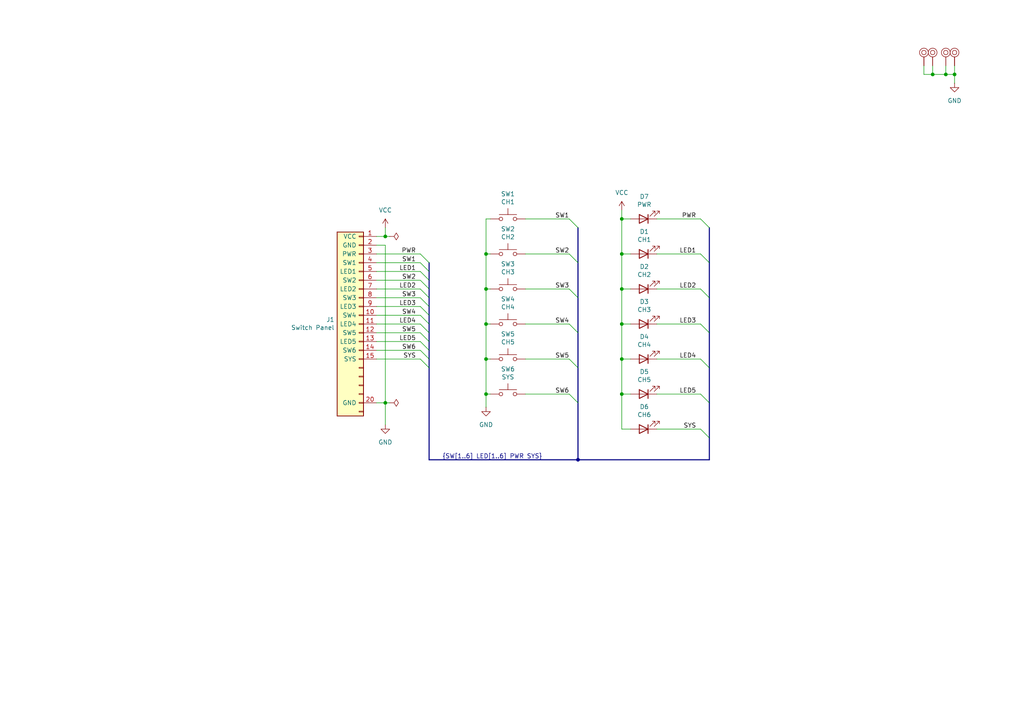
<source format=kicad_sch>
(kicad_sch (version 20231120) (generator "eeschema") (generator_version "8.0")
  (paper "A4")
  (title_block (title "Power Switch (Panel)") (rev "B") (comment 4 "Front panel for the power switch, designed for slotting into the module."))
  (lib_symbols
    (symbol "BulkyMIDI:Power_Panel" (pin_names (offset 2.0066))
      (property "Reference" "J" (at 0 27.94 0))
      (property "Value" "Power_Panel" (at 0 -27.94 0))
      (symbol "Power_Panel_0_1"
        (rectangle (start -1.27 26.67) (end 6.35 -26.67) (stroke (width 0.254)) (fill (type background)))
      )
      (symbol "Power_Panel_1_1"
        (rectangle (start -1.27 -25.273) (end 0 -25.527) (stroke (width 0.1524)))
        (rectangle (start -1.27 -22.733) (end 0 -22.987) (stroke (width 0.1524)))
        (rectangle (start -1.27 -20.193) (end 0 -20.447) (stroke (width 0.1524)))
        (rectangle (start -1.27 -17.653) (end 0 -17.907) (stroke (width 0.1524)))
        (rectangle (start -1.27 -15.113) (end 0 -15.367) (stroke (width 0.1524)))
        (rectangle (start -1.27 -12.573) (end 0 -12.827) (stroke (width 0.1524)))
        (rectangle (start -1.27 -10.033) (end 0 -10.287) (stroke (width 0.1524)))
        (rectangle (start -1.27 -7.493) (end 0 -7.747) (stroke (width 0.1524)))
        (rectangle (start -1.27 -4.953) (end 0 -5.207) (stroke (width 0.1524)))
        (rectangle (start -1.27 -2.413) (end 0 -2.667) (stroke (width 0.1524)))
        (rectangle (start -1.27 0.127) (end 0 -0.127) (stroke (width 0.1524)))
        (rectangle (start -1.27 2.667) (end 0 2.413) (stroke (width 0.1524)))
        (rectangle (start -1.27 5.207) (end 0 4.953) (stroke (width 0.1524)))
        (rectangle (start -1.27 7.747) (end 0 7.493) (stroke (width 0.1524)))
        (rectangle (start -1.27 10.287) (end 0 10.033) (stroke (width 0.1524)))
        (rectangle (start -1.27 12.827) (end 0 12.573) (stroke (width 0.1524)))
        (rectangle (start -1.27 15.367) (end 0 15.113) (stroke (width 0.1524)))
        (rectangle (start -1.27 17.907) (end 0 17.653) (stroke (width 0.1524)))
        (rectangle (start -1.27 20.447) (end 0 20.193) (stroke (width 0.1524)))
        (rectangle (start -1.27 22.987) (end 0 22.733) (stroke (width 0.1524)))
        (rectangle (start -1.27 25.527) (end 0 25.273) (stroke (width 0.1524)))
        (pin power_in line (at -5.08 25.4 0) (length 3.81) (name "VCC") (number "1"))
        (pin passive line (at -5.08 2.54 0) (length 3.81) (name "SW4") (number "10"))
        (pin passive line (at -5.08 0 0) (length 3.81) (name "LED4") (number "11"))
        (pin passive line (at -5.08 -2.54 0) (length 3.81) (name "SW5") (number "12"))
        (pin passive line (at -5.08 -5.08 0) (length 3.81) (name "LED5") (number "13"))
        (pin passive line (at -5.08 -7.62 0) (length 3.81) (name "SW6") (number "14"))
        (pin passive line (at -5.08 -10.16 0) (length 3.81) (name "SYS") (number "15"))
        (pin no_connect line (at -5.08 -12.7 0) (length 3.81) hide (name "N.C.") (number "16"))
        (pin no_connect line (at -5.08 -15.24 0) (length 3.81) hide (name "N.C.") (number "17"))
        (pin no_connect line (at -5.08 -17.78 0) (length 3.81) hide (name "N.C.") (number "18"))
        (pin no_connect line (at -5.08 -20.32 0) (length 3.81) hide (name "N.C.") (number "19"))
        (pin power_in line (at -5.08 22.86 0) (length 3.81) (name "GND") (number "2"))
        (pin passive line (at -5.08 -22.86 0) (length 3.81) (name "GND") (number "20"))
        (pin no_connect line (at -5.08 -25.4 0) (length 3.81) hide (name "N.C.") (number "21"))
        (pin passive line (at -5.08 20.32 0) (length 3.81) (name "PWR") (number "3"))
        (pin passive line (at -5.08 17.78 0) (length 3.81) (name "SW1") (number "4"))
        (pin passive line (at -5.08 15.24 0) (length 3.81) (name "LED1") (number "5"))
        (pin passive line (at -5.08 12.7 0) (length 3.81) (name "SW2") (number "6"))
        (pin passive line (at -5.08 10.16 0) (length 3.81) (name "LED2") (number "7"))
        (pin passive line (at -5.08 7.62 0) (length 3.81) (name "SW3") (number "8"))
        (pin passive line (at -5.08 5.08 0) (length 3.81) (name "LED3") (number "9"))
      )
    )
    (symbol "Device:LED" (pin_numbers hide) (pin_names (offset 1.016) hide)
      (property "Reference" "D" (at 0 2.54 0))
      (property "Value" "LED" (at 0 -2.54 0))
      (symbol "LED_0_1"
        (polyline (pts (xy -1.27 -1.27) (xy -1.27 1.27)) (stroke (width 0.254)))
        (polyline (pts (xy -1.27 0) (xy 1.27 0)))
        (polyline (pts (xy 1.27 -1.27) (xy 1.27 1.27) (xy -1.27 0) (xy 1.27 -1.27)) (stroke (width 0.254)))
        (polyline (pts (xy -3.048 -0.762) (xy -4.572 -2.286) (xy -3.81 -2.286) (xy -4.572 -2.286) (xy -4.572 -1.524)))
        (polyline (pts (xy -1.778 -0.762) (xy -3.302 -2.286) (xy -2.54 -2.286) (xy -3.302 -2.286) (xy -3.302 -1.524)))
      )
      (symbol "LED_1_1"
        (pin passive line (at -3.81 0 0) (length 2.54) (name "K") (number "1"))
        (pin passive line (at 3.81 0 180) (length 2.54) (name "A") (number "2"))
      )
    )
    (symbol "Switch:SW_Push" (pin_numbers hide) (pin_names (offset 1.016) hide)
      (property "Reference" "SW" (at 1.27 2.54 0))
      (property "Value" "SW_Push" (at 0 -1.524 0))
      (symbol "SW_Push_0_1"
        (circle (center -2.032 0) (radius 0.508))
        (polyline (pts (xy 0 1.27) (xy 0 3.048)))
        (polyline (pts (xy 2.54 1.27) (xy -2.54 1.27)))
        (circle (center 2.032 0) (radius 0.508))
        (pin passive line (at -5.08 0 0) (length 2.54) (name "1") (number "1"))
        (pin passive line (at 5.08 0 180) (length 2.54) (name "2") (number "2"))
      )
    )
    (symbol "mounting:Mounting_Pin" (pin_numbers hide) (pin_names (offset 0) hide)
      (symbol "Mounting_Pin_0_1"
        (circle (center 0 0) (radius 0.635))
        (circle (center 0 0) (radius 1.27))
      )
      (symbol "Mounting_Pin_1_1"
        (pin passive line (at 0 -3.81 90) (length 2.54) (name "~") (number "1"))
      )
    )
    (symbol "power:GND" (power) (pin_numbers hide) (pin_names (offset 0) hide)
      (property "Value" "GND" (at 0 -3.81 0))
      (symbol "GND_0_1"
        (polyline (pts (xy 0 0) (xy 0 -1.27) (xy 1.27 -1.27) (xy 0 -2.54) (xy -1.27 -1.27) (xy 0 -1.27)))
      )
      (symbol "GND_1_1"
        (pin power_in line (at 0 0 270) (length 0) (name "~") (number "1"))
      )
    )
    (symbol "power:PWR_FLAG" (power) (pin_numbers hide) (pin_names (offset 0) hide)
      (property "Value" "PWR_FLAG" (at 0 3.81 0))
      (symbol "PWR_FLAG_0_0"
        (pin power_out line (at 0 0 90) (length 0) (name "~") (number "1"))
      )
      (symbol "PWR_FLAG_0_1"
        (polyline (pts (xy 0 0) (xy 0 1.27) (xy -1.016 1.905) (xy 0 2.54) (xy 1.016 1.905) (xy 0 1.27)))
      )
    )
    (symbol "power:VCC" (power) (pin_numbers hide) (pin_names (offset 0) hide)
      (property "Value" "VCC" (at 0 3.556 0))
      (symbol "VCC_0_1"
        (polyline (pts (xy -0.762 1.27) (xy 0 2.54)))
        (polyline (pts (xy 0 0) (xy 0 2.54)))
        (polyline (pts (xy 0 2.54) (xy 0.762 1.27)))
      )
      (symbol "VCC_1_1"
        (pin power_in line (at 0 0 90) (length 0) (name "~") (number "1"))
      )
    )
  )
  (junction (at 180.34 63.5))
  (junction (at 140.97 73.66))
  (junction (at 140.97 83.82))
  (junction (at 180.34 73.66))
  (junction (at 276.86 21.59))
  (junction (at 180.34 104.14))
  (junction (at 270.51 21.59))
  (junction (at 140.97 93.98))
  (junction (at 274.32 21.59))
  (junction (at 140.97 114.3))
  (junction (at 111.76 116.84))
  (junction (at 140.97 104.14))
  (junction (at 111.76 68.58))
  (junction (at 180.34 114.3))
  (junction (at 180.34 83.82))
  (junction (at 167.64 133.35))
  (junction (at 180.34 93.98))
  (bus_entry (at 165.1 63.5) (size 2.54 2.54))
  (bus_entry (at 121.92 86.36) (size 2.54 2.54))
  (bus_entry (at 121.92 81.28) (size 2.54 2.54))
  (bus_entry (at 165.1 114.3) (size 2.54 2.54))
  (bus_entry (at 121.92 91.44) (size 2.54 2.54))
  (bus_entry (at 203.2 83.82) (size 2.54 2.54))
  (bus_entry (at 121.92 93.98) (size 2.54 2.54))
  (bus_entry (at 165.1 104.14) (size 2.54 2.54))
  (bus_entry (at 203.2 63.5) (size 2.54 2.54))
  (bus_entry (at 203.2 104.14) (size 2.54 2.54))
  (bus_entry (at 203.2 73.66) (size 2.54 2.54))
  (bus_entry (at 203.2 114.3) (size 2.54 2.54))
  (bus_entry (at 121.92 88.9) (size 2.54 2.54))
  (bus_entry (at 121.92 76.2) (size 2.54 2.54))
  (bus_entry (at 121.92 96.52) (size 2.54 2.54))
  (bus_entry (at 121.92 83.82) (size 2.54 2.54))
  (bus_entry (at 203.2 93.98) (size 2.54 2.54))
  (bus_entry (at 121.92 104.14) (size 2.54 2.54))
  (bus_entry (at 121.92 73.66) (size 2.54 2.54))
  (bus_entry (at 165.1 83.82) (size 2.54 2.54))
  (bus_entry (at 165.1 73.66) (size 2.54 2.54))
  (bus_entry (at 121.92 78.74) (size 2.54 2.54))
  (bus_entry (at 121.92 101.6) (size 2.54 2.54))
  (bus_entry (at 121.92 99.06) (size 2.54 2.54))
  (bus_entry (at 203.2 124.46) (size 2.54 2.54))
  (bus_entry (at 165.1 93.98) (size 2.54 2.54))
  (wire (pts (xy 267.97 21.59) (xy 270.51 21.59)))
  (wire (pts (xy 109.22 76.2) (xy 121.92 76.2)))
  (bus (pts (xy 124.46 83.82) (xy 124.46 86.36)))
  (wire (pts (xy 140.97 73.66) (xy 142.24 73.66)))
  (wire (pts (xy 121.92 93.98) (xy 109.22 93.98)))
  (wire (pts (xy 140.97 114.3) (xy 140.97 118.11)))
  (wire (pts (xy 140.97 93.98) (xy 142.24 93.98)))
  (wire (pts (xy 165.1 104.14) (xy 152.4 104.14)))
  (bus (pts (xy 124.46 106.68) (xy 124.46 133.35)))
  (wire (pts (xy 140.97 73.66) (xy 140.97 83.82)))
  (bus (pts (xy 205.74 96.52) (xy 205.74 106.68)))
  (wire (pts (xy 267.97 19.05) (xy 267.97 21.59)))
  (wire (pts (xy 203.2 93.98) (xy 190.5 93.98)))
  (wire (pts (xy 276.86 21.59) (xy 276.86 24.13)))
  (bus (pts (xy 124.46 86.36) (xy 124.46 88.9)))
  (bus (pts (xy 205.74 86.36) (xy 205.74 96.52)))
  (wire (pts (xy 270.51 19.05) (xy 270.51 21.59)))
  (wire (pts (xy 121.92 88.9) (xy 109.22 88.9)))
  (bus (pts (xy 205.74 106.68) (xy 205.74 116.84)))
  (wire (pts (xy 180.34 93.98) (xy 182.88 93.98)))
  (wire (pts (xy 121.92 96.52) (xy 109.22 96.52)))
  (wire (pts (xy 121.92 86.36) (xy 109.22 86.36)))
  (wire (pts (xy 276.86 21.59) (xy 276.86 19.05)))
  (wire (pts (xy 142.24 104.14) (xy 140.97 104.14)))
  (wire (pts (xy 203.2 73.66) (xy 190.5 73.66)))
  (bus (pts (xy 205.74 66.04) (xy 205.74 76.2)))
  (wire (pts (xy 203.2 104.14) (xy 190.5 104.14)))
  (wire (pts (xy 180.34 83.82) (xy 180.34 93.98)))
  (wire (pts (xy 180.34 60.96) (xy 180.34 63.5)))
  (wire (pts (xy 111.76 71.12) (xy 111.76 116.84)))
  (wire (pts (xy 180.34 114.3) (xy 180.34 124.46)))
  (wire (pts (xy 165.1 73.66) (xy 152.4 73.66)))
  (bus (pts (xy 167.64 133.35) (xy 205.74 133.35)))
  (bus (pts (xy 124.46 133.35) (xy 167.64 133.35)))
  (wire (pts (xy 203.2 114.3) (xy 190.5 114.3)))
  (wire (pts (xy 140.97 83.82) (xy 140.97 93.98)))
  (wire (pts (xy 203.2 63.5) (xy 190.5 63.5)))
  (wire (pts (xy 140.97 104.14) (xy 140.97 114.3)))
  (bus (pts (xy 205.74 116.84) (xy 205.74 127)))
  (wire (pts (xy 180.34 83.82) (xy 182.88 83.82)))
  (wire (pts (xy 111.76 68.58) (xy 113.03 68.58)))
  (bus (pts (xy 167.64 96.52) (xy 167.64 106.68)))
  (wire (pts (xy 180.34 73.66) (xy 180.34 83.82)))
  (bus (pts (xy 167.64 76.2) (xy 167.64 86.36)))
  (bus (pts (xy 167.64 106.68) (xy 167.64 116.84)))
  (wire (pts (xy 180.34 63.5) (xy 180.34 73.66)))
  (wire (pts (xy 111.76 68.58) (xy 111.76 66.04)))
  (wire (pts (xy 180.34 93.98) (xy 180.34 104.14)))
  (bus (pts (xy 124.46 93.98) (xy 124.46 96.52)))
  (bus (pts (xy 124.46 99.06) (xy 124.46 101.6)))
  (bus (pts (xy 124.46 91.44) (xy 124.46 93.98)))
  (wire (pts (xy 111.76 116.84) (xy 109.22 116.84)))
  (wire (pts (xy 111.76 116.84) (xy 111.76 123.19)))
  (bus (pts (xy 167.64 86.36) (xy 167.64 96.52)))
  (bus (pts (xy 124.46 96.52) (xy 124.46 99.06)))
  (wire (pts (xy 203.2 124.46) (xy 190.5 124.46)))
  (wire (pts (xy 140.97 63.5) (xy 140.97 73.66)))
  (wire (pts (xy 180.34 73.66) (xy 182.88 73.66)))
  (wire (pts (xy 182.88 63.5) (xy 180.34 63.5)))
  (bus (pts (xy 124.46 104.14) (xy 124.46 106.68)))
  (wire (pts (xy 140.97 114.3) (xy 142.24 114.3)))
  (bus (pts (xy 205.74 127) (xy 205.74 133.35)))
  (wire (pts (xy 165.1 83.82) (xy 152.4 83.82)))
  (wire (pts (xy 121.92 104.14) (xy 109.22 104.14)))
  (wire (pts (xy 113.03 116.84) (xy 111.76 116.84)))
  (wire (pts (xy 121.92 101.6) (xy 109.22 101.6)))
  (bus (pts (xy 124.46 78.74) (xy 124.46 81.28)))
  (wire (pts (xy 203.2 83.82) (xy 190.5 83.82)))
  (bus (pts (xy 205.74 76.2) (xy 205.74 86.36)))
  (wire (pts (xy 111.76 71.12) (xy 109.22 71.12)))
  (wire (pts (xy 165.1 114.3) (xy 152.4 114.3)))
  (wire (pts (xy 182.88 114.3) (xy 180.34 114.3)))
  (wire (pts (xy 109.22 68.58) (xy 111.76 68.58)))
  (bus (pts (xy 124.46 101.6) (xy 124.46 104.14)))
  (wire (pts (xy 121.92 83.82) (xy 109.22 83.82)))
  (wire (pts (xy 140.97 93.98) (xy 140.97 104.14)))
  (wire (pts (xy 270.51 21.59) (xy 274.32 21.59)))
  (wire (pts (xy 121.92 81.28) (xy 109.22 81.28)))
  (bus (pts (xy 167.64 66.04) (xy 167.64 76.2)))
  (wire (pts (xy 121.92 73.66) (xy 109.22 73.66)))
  (wire (pts (xy 121.92 78.74) (xy 109.22 78.74)))
  (bus (pts (xy 124.46 88.9) (xy 124.46 91.44)))
  (wire (pts (xy 180.34 104.14) (xy 182.88 104.14)))
  (wire (pts (xy 121.92 99.06) (xy 109.22 99.06)))
  (wire (pts (xy 165.1 93.98) (xy 152.4 93.98)))
  (wire (pts (xy 274.32 19.05) (xy 274.32 21.59)))
  (wire (pts (xy 121.92 91.44) (xy 109.22 91.44)))
  (wire (pts (xy 274.32 21.59) (xy 276.86 21.59)))
  (bus (pts (xy 124.46 81.28) (xy 124.46 83.82)))
  (wire (pts (xy 140.97 83.82) (xy 142.24 83.82)))
  (wire (pts (xy 140.97 63.5) (xy 142.24 63.5)))
  (bus (pts (xy 167.64 116.84) (xy 167.64 133.35)))
  (bus (pts (xy 124.46 76.2) (xy 124.46 78.74)))
  (wire (pts (xy 180.34 104.14) (xy 180.34 114.3)))
  (wire (pts (xy 165.1 63.5) (xy 152.4 63.5)))
  (wire (pts (xy 180.34 124.46) (xy 182.88 124.46)))
  (label "PWR" (at 120.65 73.66 180))
  (label "SW5" (at 165.1 104.14 180))
  (label "SW2" (at 165.1 73.66 180))
  (label "SW6" (at 120.65 101.6 180))
  (label "LED3" (at 120.65 88.9 180))
  (label "LED5" (at 120.65 99.06 180))
  (label "SYS" (at 120.65 104.14 180))
  (label "PWR" (at 201.93 63.5 180))
  (label "LED1" (at 201.93 73.66 180))
  (label "SYS" (at 201.93 124.46 180))
  (label "LED4" (at 201.93 104.14 180))
  (label "SW1" (at 120.65 76.2 180))
  (label "SW2" (at 120.65 81.28 180))
  (label "SW3" (at 120.65 86.36 180))
  (label "{SW[1..6] LED[1..6] PWR SYS}" (at 128.27 133.35 0))
  (label "LED3" (at 201.93 93.98 180))
  (label "SW5" (at 120.65 96.52 180))
  (label "SW3" (at 165.1 83.82 180))
  (label "SW6" (at 165.1 114.3 180))
  (label "SW4" (at 120.65 91.44 180))
  (label "LED5" (at 201.93 114.3 180))
  (label "LED2" (at 120.65 83.82 180))
  (label "LED4" (at 120.65 93.98 180))
  (label "SW4" (at 165.1 93.98 180))
  (label "LED1" (at 120.65 78.74 180))
  (label "LED2" (at 201.93 83.82 180))
  (label "SW1" (at 165.1 63.5 180))
  (symbol (lib_id "BulkyMIDI:Power_Panel") (at 104.14 93.98 0) (mirror y) (unit 1)
    (property "Reference" "J1" (at 97.028 92.71 0) (effects (justify left)))
    (property "Value" "Switch Panel" (at 97.028 95.0214 0) (effects (justify left)))
    (property "Footprint" "Connector_PinHeader_2.54mm:PinHeader_1x21_P2.54mm_Horizontal" (effects (hide yes)))
  )
  (symbol (lib_id "mounting:Mounting_Pin") (at 267.97 15.24 0) (unit 1)
    (property "Reference" "M1" (effects (hide yes)))
    (property "Value" "Mounting_Pin" (effects (hide yes)))
    (property "Footprint" "mounting:M3_pin" (effects (hide yes)))
  )
  (symbol (lib_id "mounting:Mounting_Pin") (at 270.51 15.24 0) (unit 1)
    (property "Reference" "M2" (effects (hide yes)))
    (property "Value" "Mounting_Pin" (effects (hide yes)))
    (property "Footprint" "mounting:M3_pin" (effects (hide yes)))
  )
  (symbol (lib_id "mounting:Mounting_Pin") (at 274.32 15.24 0) (unit 1)
    (property "Reference" "M3" (effects (hide yes)))
    (property "Value" "Mounting_Pin" (effects (hide yes)))
    (property "Footprint" "mounting:M3_pin" (effects (hide yes)))
  )
  (symbol (lib_id "mounting:Mounting_Pin") (at 276.86 15.24 0) (unit 1)
    (property "Reference" "M4" (effects (hide yes)))
    (property "Value" "Mounting_Pin" (effects (hide yes)))
    (property "Footprint" "mounting:M3_pin" (effects (hide yes)))
  )
  (symbol (lib_id "Switch:SW_Push") (at 147.32 63.5 0) (unit 1)
    (property "Reference" "SW1" (at 147.32 56.261 0))
    (property "Value" "CH1" (at 147.32 58.5724 0))
    (property "Footprint" "switch_cutout:SW_PUSH_6mm" (effects (hide yes)))
  )
  (symbol (lib_id "Switch:SW_Push") (at 147.32 73.66 0) (unit 1)
    (property "Reference" "SW2" (at 147.32 66.421 0))
    (property "Value" "CH2" (at 147.32 68.7324 0))
    (property "Footprint" "switch_cutout:SW_PUSH_6mm" (effects (hide yes)))
  )
  (symbol (lib_id "Switch:SW_Push") (at 147.32 83.82 0) (unit 1)
    (property "Reference" "SW3" (at 147.32 76.581 0))
    (property "Value" "CH3" (at 147.32 78.8924 0))
    (property "Footprint" "switch_cutout:SW_PUSH_6mm" (effects (hide yes)))
  )
  (symbol (lib_id "Switch:SW_Push") (at 147.32 93.98 0) (unit 1)
    (property "Reference" "SW4" (at 147.32 86.741 0))
    (property "Value" "CH4" (at 147.32 89.0524 0))
    (property "Footprint" "switch_cutout:SW_PUSH_6mm" (effects (hide yes)))
  )
  (symbol (lib_id "Switch:SW_Push") (at 147.32 104.14 0) (unit 1)
    (property "Reference" "SW5" (at 147.32 96.901 0))
    (property "Value" "CH5" (at 147.32 99.2124 0))
    (property "Footprint" "switch_cutout:SW_PUSH_6mm" (effects (hide yes)))
  )
  (symbol (lib_id "Switch:SW_Push") (at 147.32 114.3 0) (unit 1)
    (property "Reference" "SW6" (at 147.32 107.061 0))
    (property "Value" "SYS" (at 147.32 109.3724 0))
    (property "Footprint" "switch_cutout:SW_PUSH_6mm" (effects (hide yes)))
  )
  (symbol (lib_id "Device:LED") (at 186.69 73.66 180) (unit 1)
    (property "Reference" "D1" (at 186.8678 67.183 0))
    (property "Value" "CH1" (at 186.8678 69.4944 0))
    (property "Footprint" "LED_THT:LED_D5.0mm" (effects (hide yes)))
  )
  (symbol (lib_id "Device:LED") (at 186.69 83.82 180) (unit 1)
    (property "Reference" "D2" (at 186.8678 77.343 0))
    (property "Value" "CH2" (at 186.8678 79.6544 0))
    (property "Footprint" "LED_THT:LED_D5.0mm" (effects (hide yes)))
  )
  (symbol (lib_id "Device:LED") (at 186.69 93.98 180) (unit 1)
    (property "Reference" "D3" (at 186.8678 87.503 0))
    (property "Value" "CH3" (at 186.8678 89.8144 0))
    (property "Footprint" "LED_THT:LED_D5.0mm" (effects (hide yes)))
  )
  (symbol (lib_id "Device:LED") (at 186.69 104.14 180) (unit 1)
    (property "Reference" "D4" (at 186.8678 97.663 0))
    (property "Value" "CH4" (at 186.8678 99.9744 0))
    (property "Footprint" "LED_THT:LED_D5.0mm" (effects (hide yes)))
  )
  (symbol (lib_id "Device:LED") (at 186.69 114.3 180) (unit 1)
    (property "Reference" "D5" (at 186.8678 107.823 0))
    (property "Value" "CH5" (at 186.8678 110.1344 0))
    (property "Footprint" "LED_THT:LED_D5.0mm" (effects (hide yes)))
  )
  (symbol (lib_id "Device:LED") (at 186.69 124.46 180) (unit 1)
    (property "Reference" "D6" (at 186.8678 117.983 0))
    (property "Value" "CH6" (at 186.8678 120.2944 0))
    (property "Footprint" "LED_THT:LED_D5.0mm" (effects (hide yes)))
  )
  (symbol (lib_id "Device:LED") (at 186.69 63.5 180) (unit 1)
    (property "Reference" "D7" (at 186.8678 57.023 0))
    (property "Value" "PWR" (at 186.8678 59.3344 0))
    (property "Footprint" "LED_THT:LED_D5.0mm" (effects (hide yes)))
  )
  (symbol (lib_id "power:PWR_FLAG") (at 113.03 116.84 270) (unit 1)
    (property "Reference" "#FLG01" (effects (hide yes)))
    (property "Value" "PWR_FLAG" (effects (hide yes)))
    (property "Description" "Special symbol for telling ERC where power comes from" (effects (hide yes)))
  )
  (symbol (lib_id "power:GND") (at 276.86 24.13 0) (unit 1)
    (property "Reference" "#PWR03" (effects (hide yes)))
    (property "Value" "GND" (at 276.86 29.21 0))
    (property "Description" "Power symbol creates a global label with name \"GND\" , ground" (effects (hide yes)))
  )
  (symbol (lib_id "power:VCC") (at 180.34 60.96 0) (unit 1)
    (property "Reference" "#PWR05" (effects (hide yes)))
    (property "Value" "VCC" (at 180.34 55.88 0))
    (property "Description" "Power symbol creates a global label with name \"VCC\"" (effects (hide yes)))
  )
  (symbol (lib_id "power:PWR_FLAG") (at 113.03 68.58 270) (unit 1)
    (property "Reference" "#FLG02" (effects (hide yes)))
    (property "Value" "PWR_FLAG" (effects (hide yes)))
    (property "Description" "Special symbol for telling ERC where power comes from" (effects (hide yes)))
  )
  (symbol (lib_id "power:VCC") (at 111.76 66.04 0) (unit 1)
    (property "Reference" "#PWR04" (effects (hide yes)))
    (property "Value" "VCC" (at 111.76 60.96 0))
    (property "Description" "Power symbol creates a global label with name \"VCC\"" (effects (hide yes)))
  )
  (symbol (lib_id "power:GND") (at 140.97 118.11 0) (unit 1)
    (property "Reference" "#PWR02" (effects (hide yes)))
    (property "Value" "GND" (at 140.97 123.19 0))
    (property "Description" "Power symbol creates a global label with name \"GND\" , ground" (effects (hide yes)))
  )
  (symbol (lib_id "power:GND") (at 111.76 123.19 0) (unit 1)
    (property "Reference" "#PWR01" (effects (hide yes)))
    (property "Value" "GND" (at 111.76 128.27 0))
    (property "Description" "Power symbol creates a global label with name \"GND\" , ground" (effects (hide yes)))
  )
)
</source>
